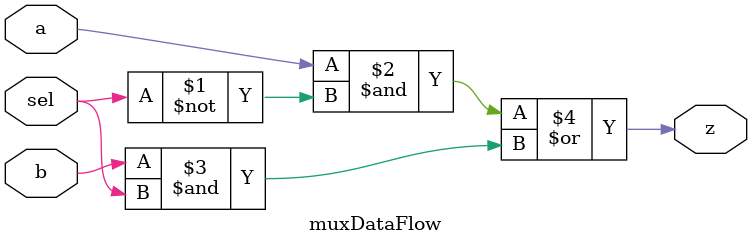
<source format=v>
module muxDataFlow (a, b, sel, z);
input  wire a, b, sel; // Direction | Data type
output  wire z;        // Direction | Data type
// assign based code
assign z = (a & ~sel) | (b & sel);
endmodule

</source>
